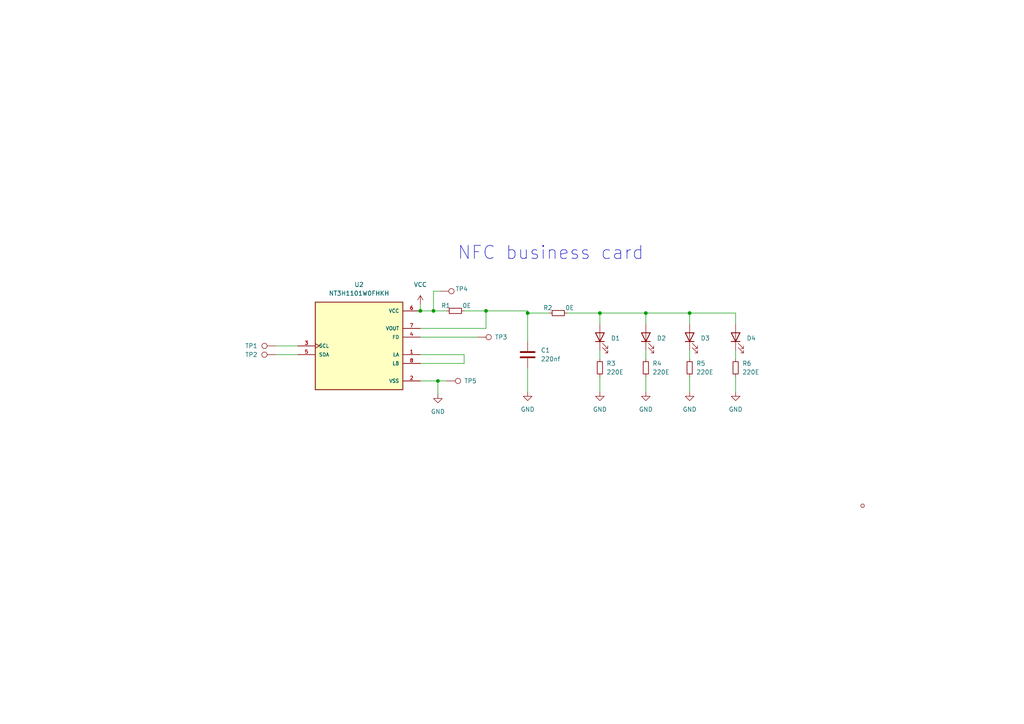
<source format=kicad_sch>
(kicad_sch
	(version 20231120)
	(generator "eeschema")
	(generator_version "8.0")
	(uuid "7f5acc34-4bdc-4614-918e-a91e0be7a014")
	(paper "A4")
	(lib_symbols
		(symbol "Connector:TestPoint"
			(pin_numbers hide)
			(pin_names
				(offset 0.762) hide)
			(exclude_from_sim no)
			(in_bom yes)
			(on_board yes)
			(property "Reference" "TP"
				(at 0 6.858 0)
				(effects
					(font
						(size 1.27 1.27)
					)
				)
			)
			(property "Value" "TestPoint"
				(at 0 5.08 0)
				(effects
					(font
						(size 1.27 1.27)
					)
				)
			)
			(property "Footprint" ""
				(at 5.08 0 0)
				(effects
					(font
						(size 1.27 1.27)
					)
					(hide yes)
				)
			)
			(property "Datasheet" "~"
				(at 5.08 0 0)
				(effects
					(font
						(size 1.27 1.27)
					)
					(hide yes)
				)
			)
			(property "Description" "test point"
				(at 0 0 0)
				(effects
					(font
						(size 1.27 1.27)
					)
					(hide yes)
				)
			)
			(property "ki_keywords" "test point tp"
				(at 0 0 0)
				(effects
					(font
						(size 1.27 1.27)
					)
					(hide yes)
				)
			)
			(property "ki_fp_filters" "Pin* Test*"
				(at 0 0 0)
				(effects
					(font
						(size 1.27 1.27)
					)
					(hide yes)
				)
			)
			(symbol "TestPoint_0_1"
				(circle
					(center 0 3.302)
					(radius 0.762)
					(stroke
						(width 0)
						(type default)
					)
					(fill
						(type none)
					)
				)
			)
			(symbol "TestPoint_1_1"
				(pin passive line
					(at 0 0 90)
					(length 2.54)
					(name "1"
						(effects
							(font
								(size 1.27 1.27)
							)
						)
					)
					(number "1"
						(effects
							(font
								(size 1.27 1.27)
							)
						)
					)
				)
			)
		)
		(symbol "Connector:TestPoint_Small"
			(pin_numbers hide)
			(pin_names
				(offset 0.762) hide)
			(exclude_from_sim no)
			(in_bom yes)
			(on_board yes)
			(property "Reference" "TP"
				(at 0 3.81 0)
				(effects
					(font
						(size 1.27 1.27)
					)
				)
			)
			(property "Value" "TestPoint_Small"
				(at 0 2.032 0)
				(effects
					(font
						(size 1.27 1.27)
					)
				)
			)
			(property "Footprint" ""
				(at 5.08 0 0)
				(effects
					(font
						(size 1.27 1.27)
					)
					(hide yes)
				)
			)
			(property "Datasheet" "~"
				(at 5.08 0 0)
				(effects
					(font
						(size 1.27 1.27)
					)
					(hide yes)
				)
			)
			(property "Description" "test point"
				(at 0 0 0)
				(effects
					(font
						(size 1.27 1.27)
					)
					(hide yes)
				)
			)
			(property "ki_keywords" "test point tp"
				(at 0 0 0)
				(effects
					(font
						(size 1.27 1.27)
					)
					(hide yes)
				)
			)
			(property "ki_fp_filters" "Pin* Test*"
				(at 0 0 0)
				(effects
					(font
						(size 1.27 1.27)
					)
					(hide yes)
				)
			)
			(symbol "TestPoint_Small_0_1"
				(circle
					(center 0 0)
					(radius 0.508)
					(stroke
						(width 0)
						(type default)
					)
					(fill
						(type none)
					)
				)
			)
			(symbol "TestPoint_Small_1_1"
				(pin passive line
					(at 0 0 90)
					(length 0)
					(name "1"
						(effects
							(font
								(size 1.27 1.27)
							)
						)
					)
					(number "1"
						(effects
							(font
								(size 1.27 1.27)
							)
						)
					)
				)
			)
		)
		(symbol "Device:C"
			(pin_numbers hide)
			(pin_names
				(offset 0.254)
			)
			(exclude_from_sim no)
			(in_bom yes)
			(on_board yes)
			(property "Reference" "C"
				(at 0.635 2.54 0)
				(effects
					(font
						(size 1.27 1.27)
					)
					(justify left)
				)
			)
			(property "Value" "C"
				(at 0.635 -2.54 0)
				(effects
					(font
						(size 1.27 1.27)
					)
					(justify left)
				)
			)
			(property "Footprint" ""
				(at 0.9652 -3.81 0)
				(effects
					(font
						(size 1.27 1.27)
					)
					(hide yes)
				)
			)
			(property "Datasheet" "~"
				(at 0 0 0)
				(effects
					(font
						(size 1.27 1.27)
					)
					(hide yes)
				)
			)
			(property "Description" "Unpolarized capacitor"
				(at 0 0 0)
				(effects
					(font
						(size 1.27 1.27)
					)
					(hide yes)
				)
			)
			(property "ki_keywords" "cap capacitor"
				(at 0 0 0)
				(effects
					(font
						(size 1.27 1.27)
					)
					(hide yes)
				)
			)
			(property "ki_fp_filters" "C_*"
				(at 0 0 0)
				(effects
					(font
						(size 1.27 1.27)
					)
					(hide yes)
				)
			)
			(symbol "C_0_1"
				(polyline
					(pts
						(xy -2.032 -0.762) (xy 2.032 -0.762)
					)
					(stroke
						(width 0.508)
						(type default)
					)
					(fill
						(type none)
					)
				)
				(polyline
					(pts
						(xy -2.032 0.762) (xy 2.032 0.762)
					)
					(stroke
						(width 0.508)
						(type default)
					)
					(fill
						(type none)
					)
				)
			)
			(symbol "C_1_1"
				(pin passive line
					(at 0 3.81 270)
					(length 2.794)
					(name "~"
						(effects
							(font
								(size 1.27 1.27)
							)
						)
					)
					(number "1"
						(effects
							(font
								(size 1.27 1.27)
							)
						)
					)
				)
				(pin passive line
					(at 0 -3.81 90)
					(length 2.794)
					(name "~"
						(effects
							(font
								(size 1.27 1.27)
							)
						)
					)
					(number "2"
						(effects
							(font
								(size 1.27 1.27)
							)
						)
					)
				)
			)
		)
		(symbol "Device:LED"
			(pin_numbers hide)
			(pin_names
				(offset 1.016) hide)
			(exclude_from_sim no)
			(in_bom yes)
			(on_board yes)
			(property "Reference" "D"
				(at 0 2.54 0)
				(effects
					(font
						(size 1.27 1.27)
					)
				)
			)
			(property "Value" "LED"
				(at 0 -2.54 0)
				(effects
					(font
						(size 1.27 1.27)
					)
				)
			)
			(property "Footprint" ""
				(at 0 0 0)
				(effects
					(font
						(size 1.27 1.27)
					)
					(hide yes)
				)
			)
			(property "Datasheet" "~"
				(at 0 0 0)
				(effects
					(font
						(size 1.27 1.27)
					)
					(hide yes)
				)
			)
			(property "Description" "Light emitting diode"
				(at 0 0 0)
				(effects
					(font
						(size 1.27 1.27)
					)
					(hide yes)
				)
			)
			(property "ki_keywords" "LED diode"
				(at 0 0 0)
				(effects
					(font
						(size 1.27 1.27)
					)
					(hide yes)
				)
			)
			(property "ki_fp_filters" "LED* LED_SMD:* LED_THT:*"
				(at 0 0 0)
				(effects
					(font
						(size 1.27 1.27)
					)
					(hide yes)
				)
			)
			(symbol "LED_0_1"
				(polyline
					(pts
						(xy -1.27 -1.27) (xy -1.27 1.27)
					)
					(stroke
						(width 0.254)
						(type default)
					)
					(fill
						(type none)
					)
				)
				(polyline
					(pts
						(xy -1.27 0) (xy 1.27 0)
					)
					(stroke
						(width 0)
						(type default)
					)
					(fill
						(type none)
					)
				)
				(polyline
					(pts
						(xy 1.27 -1.27) (xy 1.27 1.27) (xy -1.27 0) (xy 1.27 -1.27)
					)
					(stroke
						(width 0.254)
						(type default)
					)
					(fill
						(type none)
					)
				)
				(polyline
					(pts
						(xy -3.048 -0.762) (xy -4.572 -2.286) (xy -3.81 -2.286) (xy -4.572 -2.286) (xy -4.572 -1.524)
					)
					(stroke
						(width 0)
						(type default)
					)
					(fill
						(type none)
					)
				)
				(polyline
					(pts
						(xy -1.778 -0.762) (xy -3.302 -2.286) (xy -2.54 -2.286) (xy -3.302 -2.286) (xy -3.302 -1.524)
					)
					(stroke
						(width 0)
						(type default)
					)
					(fill
						(type none)
					)
				)
			)
			(symbol "LED_1_1"
				(pin passive line
					(at -3.81 0 0)
					(length 2.54)
					(name "K"
						(effects
							(font
								(size 1.27 1.27)
							)
						)
					)
					(number "1"
						(effects
							(font
								(size 1.27 1.27)
							)
						)
					)
				)
				(pin passive line
					(at 3.81 0 180)
					(length 2.54)
					(name "A"
						(effects
							(font
								(size 1.27 1.27)
							)
						)
					)
					(number "2"
						(effects
							(font
								(size 1.27 1.27)
							)
						)
					)
				)
			)
		)
		(symbol "Device:R_Small"
			(pin_numbers hide)
			(pin_names
				(offset 0.254) hide)
			(exclude_from_sim no)
			(in_bom yes)
			(on_board yes)
			(property "Reference" "R"
				(at 0.762 0.508 0)
				(effects
					(font
						(size 1.27 1.27)
					)
					(justify left)
				)
			)
			(property "Value" "R_Small"
				(at 0.762 -1.016 0)
				(effects
					(font
						(size 1.27 1.27)
					)
					(justify left)
				)
			)
			(property "Footprint" ""
				(at 0 0 0)
				(effects
					(font
						(size 1.27 1.27)
					)
					(hide yes)
				)
			)
			(property "Datasheet" "~"
				(at 0 0 0)
				(effects
					(font
						(size 1.27 1.27)
					)
					(hide yes)
				)
			)
			(property "Description" "Resistor, small symbol"
				(at 0 0 0)
				(effects
					(font
						(size 1.27 1.27)
					)
					(hide yes)
				)
			)
			(property "ki_keywords" "R resistor"
				(at 0 0 0)
				(effects
					(font
						(size 1.27 1.27)
					)
					(hide yes)
				)
			)
			(property "ki_fp_filters" "R_*"
				(at 0 0 0)
				(effects
					(font
						(size 1.27 1.27)
					)
					(hide yes)
				)
			)
			(symbol "R_Small_0_1"
				(rectangle
					(start -0.762 1.778)
					(end 0.762 -1.778)
					(stroke
						(width 0.2032)
						(type default)
					)
					(fill
						(type none)
					)
				)
			)
			(symbol "R_Small_1_1"
				(pin passive line
					(at 0 2.54 270)
					(length 0.762)
					(name "~"
						(effects
							(font
								(size 1.27 1.27)
							)
						)
					)
					(number "1"
						(effects
							(font
								(size 1.27 1.27)
							)
						)
					)
				)
				(pin passive line
					(at 0 -2.54 90)
					(length 0.762)
					(name "~"
						(effects
							(font
								(size 1.27 1.27)
							)
						)
					)
					(number "2"
						(effects
							(font
								(size 1.27 1.27)
							)
						)
					)
				)
			)
		)
		(symbol "NT3H1101W0FHKH_1"
			(pin_names
				(offset 1.016)
			)
			(exclude_from_sim no)
			(in_bom yes)
			(on_board yes)
			(property "Reference" "U"
				(at -12.7 36.322 0)
				(effects
					(font
						(size 1.27 1.27)
					)
					(justify left bottom)
				)
			)
			(property "Value" "NT3H1101W0FHKH"
				(at -12.7 7.62 0)
				(effects
					(font
						(size 1.27 1.27)
					)
					(justify left bottom)
				)
			)
			(property "Footprint" "NT3H1101W0FHKH:IC_NT3H1101W0FHKH"
				(at -0.254 0.254 0)
				(effects
					(font
						(size 1.27 1.27)
					)
					(justify bottom)
					(hide yes)
				)
			)
			(property "Datasheet" ""
				(at 1.524 0.508 0)
				(effects
					(font
						(size 1.27 1.27)
					)
					(hide yes)
				)
			)
			(property "Description" ""
				(at 1.524 0.508 0)
				(effects
					(font
						(size 1.27 1.27)
					)
					(hide yes)
				)
			)
			(property "MF" "NXP USA"
				(at 1.524 0.508 0)
				(effects
					(font
						(size 1.27 1.27)
					)
					(justify bottom)
					(hide yes)
				)
			)
			(property "MAXIMUM_PACKAGE_HEIGHT" "0.5mm"
				(at 1.524 0.508 0)
				(effects
					(font
						(size 1.27 1.27)
					)
					(justify bottom)
					(hide yes)
				)
			)
			(property "Package" "XQFN-8 NXP Semiconductors"
				(at 1.524 0.508 0)
				(effects
					(font
						(size 1.27 1.27)
					)
					(justify bottom)
					(hide yes)
				)
			)
			(property "Price" "None"
				(at 1.524 0.508 0)
				(effects
					(font
						(size 1.27 1.27)
					)
					(justify bottom)
					(hide yes)
				)
			)
			(property "Check_prices" "https://www.snapeda.com/parts/NT3H1101W0FHKH/NXP+Semiconductors/view-part/?ref=eda"
				(at 0 0 0)
				(effects
					(font
						(size 1.27 1.27)
					)
					(justify bottom)
					(hide yes)
				)
			)
			(property "STANDARD" "Manufacturer Recommendations"
				(at 1.524 0.508 0)
				(effects
					(font
						(size 1.27 1.27)
					)
					(justify bottom)
					(hide yes)
				)
			)
			(property "PARTREV" "3.3"
				(at 1.524 0.508 0)
				(effects
					(font
						(size 1.27 1.27)
					)
					(justify bottom)
					(hide yes)
				)
			)
			(property "SnapEDA_Link" "https://www.snapeda.com/parts/NT3H1101W0FHKH/NXP+Semiconductors/view-part/?ref=snap"
				(at 0 0 0)
				(effects
					(font
						(size 1.27 1.27)
					)
					(justify bottom)
					(hide yes)
				)
			)
			(property "MP" "NT3H1101W0FHKH"
				(at 1.524 0.508 0)
				(effects
					(font
						(size 1.27 1.27)
					)
					(justify bottom)
					(hide yes)
				)
			)
			(property "Description_1" "\n                        \n                            RFIDトランスポンダーIC 13.56MHz ISO 14443 I2C 1.7V～3.6V 8-XFQFN露出パッド\n                        \n"
				(at 0 0 0)
				(effects
					(font
						(size 1.27 1.27)
					)
					(justify bottom)
					(hide yes)
				)
			)
			(property "MANUFACTURER" "NXP"
				(at 1.524 0.508 0)
				(effects
					(font
						(size 1.27 1.27)
					)
					(justify bottom)
					(hide yes)
				)
			)
			(property "Availability" "In Stock"
				(at 1.524 0.508 0)
				(effects
					(font
						(size 1.27 1.27)
					)
					(justify bottom)
					(hide yes)
				)
			)
			(property "SNAPEDA_PN" "NT3H1101W0FHKH"
				(at 1.524 0.508 0)
				(effects
					(font
						(size 1.27 1.27)
					)
					(justify bottom)
					(hide yes)
				)
			)
			(symbol "NT3H1101W0FHKH_1_0_0"
				(rectangle
					(start -12.7 35.56)
					(end 12.7 10.16)
					(stroke
						(width 0.254)
						(type default)
					)
					(fill
						(type background)
					)
				)
				(pin bidirectional line
					(at 17.78 20.32 180)
					(length 5.08)
					(name "LA"
						(effects
							(font
								(size 1.016 1.016)
							)
						)
					)
					(number "1"
						(effects
							(font
								(size 1.016 1.016)
							)
						)
					)
				)
				(pin power_in line
					(at 17.78 12.7 180)
					(length 5.08)
					(name "VSS"
						(effects
							(font
								(size 1.016 1.016)
							)
						)
					)
					(number "2"
						(effects
							(font
								(size 1.016 1.016)
							)
						)
					)
				)
				(pin input clock
					(at -17.78 22.86 0)
					(length 5.08)
					(name "SCL"
						(effects
							(font
								(size 1.016 1.016)
							)
						)
					)
					(number "3"
						(effects
							(font
								(size 1.016 1.016)
							)
						)
					)
				)
				(pin output line
					(at 17.78 25.4 180)
					(length 5.08)
					(name "FD"
						(effects
							(font
								(size 1.016 1.016)
							)
						)
					)
					(number "4"
						(effects
							(font
								(size 1.016 1.016)
							)
						)
					)
				)
				(pin bidirectional line
					(at -17.78 20.32 0)
					(length 5.08)
					(name "SDA"
						(effects
							(font
								(size 1.016 1.016)
							)
						)
					)
					(number "5"
						(effects
							(font
								(size 1.016 1.016)
							)
						)
					)
				)
				(pin power_in line
					(at 17.78 33.02 180)
					(length 5.08)
					(name "VCC"
						(effects
							(font
								(size 1.016 1.016)
							)
						)
					)
					(number "6"
						(effects
							(font
								(size 1.016 1.016)
							)
						)
					)
				)
				(pin output line
					(at 17.78 27.94 180)
					(length 5.08)
					(name "VOUT"
						(effects
							(font
								(size 1.016 1.016)
							)
						)
					)
					(number "7"
						(effects
							(font
								(size 1.016 1.016)
							)
						)
					)
				)
				(pin bidirectional line
					(at 17.78 17.78 180)
					(length 5.08)
					(name "LB"
						(effects
							(font
								(size 1.016 1.016)
							)
						)
					)
					(number "8"
						(effects
							(font
								(size 1.016 1.016)
							)
						)
					)
				)
			)
		)
		(symbol "power:GND"
			(power)
			(pin_names
				(offset 0)
			)
			(exclude_from_sim no)
			(in_bom yes)
			(on_board yes)
			(property "Reference" "#PWR"
				(at 0 -6.35 0)
				(effects
					(font
						(size 1.27 1.27)
					)
					(hide yes)
				)
			)
			(property "Value" "GND"
				(at 0 -3.81 0)
				(effects
					(font
						(size 1.27 1.27)
					)
				)
			)
			(property "Footprint" ""
				(at 0 0 0)
				(effects
					(font
						(size 1.27 1.27)
					)
					(hide yes)
				)
			)
			(property "Datasheet" ""
				(at 0 0 0)
				(effects
					(font
						(size 1.27 1.27)
					)
					(hide yes)
				)
			)
			(property "Description" "Power symbol creates a global label with name \"GND\" , ground"
				(at 0 0 0)
				(effects
					(font
						(size 1.27 1.27)
					)
					(hide yes)
				)
			)
			(property "ki_keywords" "power-flag"
				(at 0 0 0)
				(effects
					(font
						(size 1.27 1.27)
					)
					(hide yes)
				)
			)
			(symbol "GND_0_1"
				(polyline
					(pts
						(xy 0 0) (xy 0 -1.27) (xy 1.27 -1.27) (xy 0 -2.54) (xy -1.27 -1.27) (xy 0 -1.27)
					)
					(stroke
						(width 0)
						(type default)
					)
					(fill
						(type none)
					)
				)
			)
			(symbol "GND_1_1"
				(pin power_in line
					(at 0 0 270)
					(length 0) hide
					(name "GND"
						(effects
							(font
								(size 1.27 1.27)
							)
						)
					)
					(number "1"
						(effects
							(font
								(size 1.27 1.27)
							)
						)
					)
				)
			)
		)
		(symbol "power:VCC"
			(power)
			(pin_names
				(offset 0)
			)
			(exclude_from_sim no)
			(in_bom yes)
			(on_board yes)
			(property "Reference" "#PWR"
				(at 0 -3.81 0)
				(effects
					(font
						(size 1.27 1.27)
					)
					(hide yes)
				)
			)
			(property "Value" "VCC"
				(at 0 3.81 0)
				(effects
					(font
						(size 1.27 1.27)
					)
				)
			)
			(property "Footprint" ""
				(at 0 0 0)
				(effects
					(font
						(size 1.27 1.27)
					)
					(hide yes)
				)
			)
			(property "Datasheet" ""
				(at 0 0 0)
				(effects
					(font
						(size 1.27 1.27)
					)
					(hide yes)
				)
			)
			(property "Description" "Power symbol creates a global label with name \"VCC\""
				(at 0 0 0)
				(effects
					(font
						(size 1.27 1.27)
					)
					(hide yes)
				)
			)
			(property "ki_keywords" "power-flag"
				(at 0 0 0)
				(effects
					(font
						(size 1.27 1.27)
					)
					(hide yes)
				)
			)
			(symbol "VCC_0_1"
				(polyline
					(pts
						(xy -0.762 1.27) (xy 0 2.54)
					)
					(stroke
						(width 0)
						(type default)
					)
					(fill
						(type none)
					)
				)
				(polyline
					(pts
						(xy 0 0) (xy 0 2.54)
					)
					(stroke
						(width 0)
						(type default)
					)
					(fill
						(type none)
					)
				)
				(polyline
					(pts
						(xy 0 2.54) (xy 0.762 1.27)
					)
					(stroke
						(width 0)
						(type default)
					)
					(fill
						(type none)
					)
				)
			)
			(symbol "VCC_1_1"
				(pin power_in line
					(at 0 0 90)
					(length 0) hide
					(name "VCC"
						(effects
							(font
								(size 1.27 1.27)
							)
						)
					)
					(number "1"
						(effects
							(font
								(size 1.27 1.27)
							)
						)
					)
				)
			)
		)
	)
	(junction
		(at 127 110.49)
		(diameter 0)
		(color 0 0 0 0)
		(uuid "27ecd88d-2dcc-4069-b39a-cfd13d1b29c7")
	)
	(junction
		(at 121.92 90.17)
		(diameter 0)
		(color 0 0 0 0)
		(uuid "2992c576-5035-4427-97d5-39a985c23af9")
	)
	(junction
		(at 173.99 90.805)
		(diameter 0)
		(color 0 0 0 0)
		(uuid "37386ffc-7bfa-43da-ab95-757e6819a2d3")
	)
	(junction
		(at 153.035 90.805)
		(diameter 0)
		(color 0 0 0 0)
		(uuid "8d190742-123e-4a1e-8421-0a1cd0266f62")
	)
	(junction
		(at 140.97 90.17)
		(diameter 0)
		(color 0 0 0 0)
		(uuid "96c82e7b-afe9-4c04-8f25-b6f1dfd755fa")
	)
	(junction
		(at 200.025 90.805)
		(diameter 0)
		(color 0 0 0 0)
		(uuid "ad5372d5-8502-4d70-ad7c-aa2f3b2f3f0f")
	)
	(junction
		(at 187.325 90.805)
		(diameter 0)
		(color 0 0 0 0)
		(uuid "c58e0dc2-256d-4988-b6a0-4bd2f3010c8e")
	)
	(junction
		(at 125.73 90.17)
		(diameter 0)
		(color 0 0 0 0)
		(uuid "c5963e08-fa39-47f2-a8d7-f253e57c64d9")
	)
	(wire
		(pts
			(xy 187.325 90.805) (xy 187.325 93.98)
		)
		(stroke
			(width 0)
			(type default)
		)
		(uuid "0692b572-dc97-432c-9ba4-5829bb4e2674")
	)
	(wire
		(pts
			(xy 80.01 102.87) (xy 86.36 102.87)
		)
		(stroke
			(width 0)
			(type default)
		)
		(uuid "09ee7ed5-b1f1-46b5-8559-09c87feb3223")
	)
	(wire
		(pts
			(xy 121.92 102.87) (xy 134.62 102.87)
		)
		(stroke
			(width 0)
			(type default)
		)
		(uuid "0ae15bca-fc42-421d-9847-6681d5c904e9")
	)
	(wire
		(pts
			(xy 121.92 90.17) (xy 125.73 90.17)
		)
		(stroke
			(width 0)
			(type default)
		)
		(uuid "0b854ffe-0fc4-49bf-bcb8-a10533ce993c")
	)
	(wire
		(pts
			(xy 153.035 90.17) (xy 153.035 90.805)
		)
		(stroke
			(width 0)
			(type default)
		)
		(uuid "0e864ec7-ded9-4799-96c2-bcf6d9e32744")
	)
	(wire
		(pts
			(xy 173.99 90.805) (xy 173.99 93.98)
		)
		(stroke
			(width 0)
			(type default)
		)
		(uuid "105aeca6-e713-4154-9fab-b325fbb238bf")
	)
	(wire
		(pts
			(xy 213.36 93.98) (xy 213.36 90.805)
		)
		(stroke
			(width 0)
			(type default)
		)
		(uuid "21b0239d-4cc5-4462-b0c0-6fcff35090e4")
	)
	(wire
		(pts
			(xy 173.99 101.6) (xy 173.99 104.14)
		)
		(stroke
			(width 0)
			(type default)
		)
		(uuid "2369b097-3997-4b0e-ba6d-dc65a15ee647")
	)
	(wire
		(pts
			(xy 187.325 101.6) (xy 187.325 104.14)
		)
		(stroke
			(width 0)
			(type default)
		)
		(uuid "254c8082-567b-4169-9b9e-2172aac15e9c")
	)
	(wire
		(pts
			(xy 213.36 109.22) (xy 213.36 113.665)
		)
		(stroke
			(width 0)
			(type default)
		)
		(uuid "256a8cdb-c588-43ff-9872-31a3ba801a44")
	)
	(wire
		(pts
			(xy 200.025 109.22) (xy 200.025 113.665)
		)
		(stroke
			(width 0)
			(type default)
		)
		(uuid "359a8ae0-06d7-457c-b8dc-784b9dc3be65")
	)
	(wire
		(pts
			(xy 125.73 84.455) (xy 125.73 90.17)
		)
		(stroke
			(width 0)
			(type default)
		)
		(uuid "3661d0b4-0d38-43ff-bb21-f9350d1f293c")
	)
	(wire
		(pts
			(xy 153.035 90.805) (xy 153.035 99.06)
		)
		(stroke
			(width 0)
			(type default)
		)
		(uuid "37527a03-822b-453f-8484-c20706aaa766")
	)
	(wire
		(pts
			(xy 127 110.49) (xy 129.54 110.49)
		)
		(stroke
			(width 0)
			(type default)
		)
		(uuid "3863749a-ba55-4f64-930c-37a61d93bf1e")
	)
	(wire
		(pts
			(xy 200.025 90.805) (xy 187.325 90.805)
		)
		(stroke
			(width 0)
			(type default)
		)
		(uuid "42fcf1b9-8d02-4601-8eaf-201d10380300")
	)
	(wire
		(pts
			(xy 125.73 90.17) (xy 129.54 90.17)
		)
		(stroke
			(width 0)
			(type default)
		)
		(uuid "4585de92-0f4c-4ea3-ad87-bd4b7d4bdfe7")
	)
	(wire
		(pts
			(xy 121.92 97.79) (xy 138.43 97.79)
		)
		(stroke
			(width 0)
			(type default)
		)
		(uuid "4a0e06cd-9845-4b7c-91c7-4ccf3585e1e9")
	)
	(wire
		(pts
			(xy 134.62 102.87) (xy 134.62 105.41)
		)
		(stroke
			(width 0)
			(type default)
		)
		(uuid "57c976a1-8aa9-4713-b735-32a74162ee77")
	)
	(wire
		(pts
			(xy 187.325 90.805) (xy 173.99 90.805)
		)
		(stroke
			(width 0)
			(type default)
		)
		(uuid "5e70c39e-7729-4d20-9f0f-f91842f42ca2")
	)
	(wire
		(pts
			(xy 200.025 101.6) (xy 200.025 104.14)
		)
		(stroke
			(width 0)
			(type default)
		)
		(uuid "6cb20960-f9f0-4fce-bae0-5fb227fd2520")
	)
	(wire
		(pts
			(xy 121.92 88.265) (xy 121.92 90.17)
		)
		(stroke
			(width 0)
			(type default)
		)
		(uuid "6fb688e1-389c-4dbd-a79a-a1d5863717d3")
	)
	(wire
		(pts
			(xy 200.025 90.805) (xy 200.025 93.98)
		)
		(stroke
			(width 0)
			(type default)
		)
		(uuid "70a41ef5-71c0-4006-b517-742e5c06ed8c")
	)
	(wire
		(pts
			(xy 127.635 84.455) (xy 125.73 84.455)
		)
		(stroke
			(width 0)
			(type default)
		)
		(uuid "7bac5338-fee2-4cbe-b5b6-5ad9e0cb5809")
	)
	(wire
		(pts
			(xy 140.97 90.17) (xy 140.97 95.25)
		)
		(stroke
			(width 0)
			(type default)
		)
		(uuid "800e1b5b-d665-495a-8766-8a4de3310219")
	)
	(wire
		(pts
			(xy 121.92 95.25) (xy 140.97 95.25)
		)
		(stroke
			(width 0)
			(type default)
		)
		(uuid "86ad4319-53a4-4b26-8f2c-58abe441275c")
	)
	(wire
		(pts
			(xy 213.36 101.6) (xy 213.36 104.14)
		)
		(stroke
			(width 0)
			(type default)
		)
		(uuid "8802ed53-1cf0-403e-8b2b-bd839a65255b")
	)
	(wire
		(pts
			(xy 127 110.49) (xy 127 114.3)
		)
		(stroke
			(width 0)
			(type default)
		)
		(uuid "9215bf7a-1498-47a8-a75f-c73b490a842c")
	)
	(wire
		(pts
			(xy 153.035 106.68) (xy 153.035 113.665)
		)
		(stroke
			(width 0)
			(type default)
		)
		(uuid "9678cbee-eafd-4616-b6e7-9e1053baaf49")
	)
	(wire
		(pts
			(xy 80.01 100.33) (xy 86.36 100.33)
		)
		(stroke
			(width 0)
			(type default)
		)
		(uuid "b5bb981d-a2ca-48ed-9529-e60e83b58a7f")
	)
	(wire
		(pts
			(xy 187.325 109.22) (xy 187.325 113.665)
		)
		(stroke
			(width 0)
			(type default)
		)
		(uuid "c42dd4bf-78b6-4ff8-96a0-7da9968721c9")
	)
	(wire
		(pts
			(xy 134.62 105.41) (xy 121.92 105.41)
		)
		(stroke
			(width 0)
			(type default)
		)
		(uuid "c4bb1f27-59ff-4338-ba3c-f5dc01eac9fe")
	)
	(wire
		(pts
			(xy 153.035 90.805) (xy 159.385 90.805)
		)
		(stroke
			(width 0)
			(type default)
		)
		(uuid "c567390a-0518-43a4-bdc5-e85208a0574c")
	)
	(wire
		(pts
			(xy 173.99 109.22) (xy 173.99 113.665)
		)
		(stroke
			(width 0)
			(type default)
		)
		(uuid "d02c82e0-e381-4d37-b784-3bc01b66f03b")
	)
	(wire
		(pts
			(xy 134.62 90.17) (xy 140.97 90.17)
		)
		(stroke
			(width 0)
			(type default)
		)
		(uuid "d2064489-fa09-4565-9516-b0d90d25942e")
	)
	(wire
		(pts
			(xy 140.97 90.17) (xy 153.035 90.17)
		)
		(stroke
			(width 0)
			(type default)
		)
		(uuid "d5c79b68-e91f-4815-b7f6-925d69c2a4c6")
	)
	(wire
		(pts
			(xy 164.465 90.805) (xy 173.99 90.805)
		)
		(stroke
			(width 0)
			(type default)
		)
		(uuid "e3201043-c41e-4320-a75b-250ba7b44d53")
	)
	(wire
		(pts
			(xy 213.36 90.805) (xy 200.025 90.805)
		)
		(stroke
			(width 0)
			(type default)
		)
		(uuid "f20ed175-c3ed-46b5-b525-32131ac8926e")
	)
	(wire
		(pts
			(xy 121.92 110.49) (xy 127 110.49)
		)
		(stroke
			(width 0)
			(type default)
		)
		(uuid "fb6a9c21-eb17-4644-b884-2b055562aec4")
	)
	(text "NFC business card"
		(exclude_from_sim no)
		(at 132.588 75.692 0)
		(effects
			(font
				(size 3.81 3.81)
			)
			(justify left bottom)
		)
		(uuid "2e292b5d-a690-4788-a442-f6155b14b4da")
	)
	(symbol
		(lib_id "Connector:TestPoint_Small")
		(at 250.19 146.685 0)
		(unit 1)
		(exclude_from_sim no)
		(in_bom yes)
		(on_board yes)
		(dnp no)
		(fields_autoplaced yes)
		(uuid "030adf38-2915-416b-a7eb-550b637f3de6")
		(property "Reference" "TP6"
			(at 251.46 145.4149 0)
			(effects
				(font
					(size 1.27 1.27)
				)
				(justify left)
				(hide yes)
			)
		)
		(property "Value" "TestPoint_Small"
			(at 251.46 147.9549 0)
			(effects
				(font
					(size 1.27 1.27)
				)
				(justify left)
				(hide yes)
			)
		)
		(property "Footprint" ""
			(at 255.27 146.685 0)
			(effects
				(font
					(size 1.27 1.27)
				)
				(hide yes)
			)
		)
		(property "Datasheet" "~"
			(at 255.27 146.685 0)
			(effects
				(font
					(size 1.27 1.27)
				)
				(hide yes)
			)
		)
		(property "Description" ""
			(at 250.19 146.685 0)
			(effects
				(font
					(size 1.27 1.27)
				)
				(hide yes)
			)
		)
		(property "SNAPEDA_PACKAGE_ID" ""
			(at 250.19 146.685 0)
			(effects
				(font
					(size 1.27 1.27)
				)
				(hide yes)
			)
		)
		(pin "1"
			(uuid "aea85a9b-f0ba-4825-9336-9428f3479ef2")
		)
		(instances
			(project ""
				(path "/7f5acc34-4bdc-4614-918e-a91e0be7a014"
					(reference "TP6")
					(unit 1)
				)
			)
		)
	)
	(symbol
		(lib_id "power:GND")
		(at 127 114.3 0)
		(unit 1)
		(exclude_from_sim no)
		(in_bom yes)
		(on_board yes)
		(dnp no)
		(fields_autoplaced yes)
		(uuid "39e52a45-3584-477e-bae5-96157560c704")
		(property "Reference" "#PWR01"
			(at 127 120.65 0)
			(effects
				(font
					(size 1.27 1.27)
				)
				(hide yes)
			)
		)
		(property "Value" "GND"
			(at 127 119.38 0)
			(effects
				(font
					(size 1.27 1.27)
				)
			)
		)
		(property "Footprint" ""
			(at 127 114.3 0)
			(effects
				(font
					(size 1.27 1.27)
				)
				(hide yes)
			)
		)
		(property "Datasheet" ""
			(at 127 114.3 0)
			(effects
				(font
					(size 1.27 1.27)
				)
				(hide yes)
			)
		)
		(property "Description" ""
			(at 127 114.3 0)
			(effects
				(font
					(size 1.27 1.27)
				)
				(hide yes)
			)
		)
		(pin "1"
			(uuid "12ab84da-9dad-465c-92a4-84c9da254f31")
		)
		(instances
			(project ""
				(path "/7f5acc34-4bdc-4614-918e-a91e0be7a014"
					(reference "#PWR01")
					(unit 1)
				)
			)
		)
	)
	(symbol
		(lib_id "power:GND")
		(at 187.325 113.665 0)
		(unit 1)
		(exclude_from_sim no)
		(in_bom yes)
		(on_board yes)
		(dnp no)
		(fields_autoplaced yes)
		(uuid "3f2a2a50-aa78-435f-a3ec-199d791b0813")
		(property "Reference" "#PWR04"
			(at 187.325 120.015 0)
			(effects
				(font
					(size 1.27 1.27)
				)
				(hide yes)
			)
		)
		(property "Value" "GND"
			(at 187.325 118.745 0)
			(effects
				(font
					(size 1.27 1.27)
				)
			)
		)
		(property "Footprint" ""
			(at 187.325 113.665 0)
			(effects
				(font
					(size 1.27 1.27)
				)
				(hide yes)
			)
		)
		(property "Datasheet" ""
			(at 187.325 113.665 0)
			(effects
				(font
					(size 1.27 1.27)
				)
				(hide yes)
			)
		)
		(property "Description" ""
			(at 187.325 113.665 0)
			(effects
				(font
					(size 1.27 1.27)
				)
				(hide yes)
			)
		)
		(pin "1"
			(uuid "1db53edb-3742-4a2b-b2c8-352cae8fae56")
		)
		(instances
			(project ""
				(path "/7f5acc34-4bdc-4614-918e-a91e0be7a014"
					(reference "#PWR04")
					(unit 1)
				)
			)
		)
	)
	(symbol
		(lib_id "power:GND")
		(at 173.99 113.665 0)
		(unit 1)
		(exclude_from_sim no)
		(in_bom yes)
		(on_board yes)
		(dnp no)
		(fields_autoplaced yes)
		(uuid "62dee1d6-abf8-4386-b05c-74b5a6eb260a")
		(property "Reference" "#PWR03"
			(at 173.99 120.015 0)
			(effects
				(font
					(size 1.27 1.27)
				)
				(hide yes)
			)
		)
		(property "Value" "GND"
			(at 173.99 118.745 0)
			(effects
				(font
					(size 1.27 1.27)
				)
			)
		)
		(property "Footprint" ""
			(at 173.99 113.665 0)
			(effects
				(font
					(size 1.27 1.27)
				)
				(hide yes)
			)
		)
		(property "Datasheet" ""
			(at 173.99 113.665 0)
			(effects
				(font
					(size 1.27 1.27)
				)
				(hide yes)
			)
		)
		(property "Description" ""
			(at 173.99 113.665 0)
			(effects
				(font
					(size 1.27 1.27)
				)
				(hide yes)
			)
		)
		(pin "1"
			(uuid "0946d62e-c702-4855-83b3-e13348e6af3d")
		)
		(instances
			(project ""
				(path "/7f5acc34-4bdc-4614-918e-a91e0be7a014"
					(reference "#PWR03")
					(unit 1)
				)
			)
		)
	)
	(symbol
		(lib_id "Device:C")
		(at 153.035 102.87 0)
		(unit 1)
		(exclude_from_sim no)
		(in_bom yes)
		(on_board yes)
		(dnp no)
		(fields_autoplaced yes)
		(uuid "6afa757b-8ca7-404f-bc20-5f683361bd6d")
		(property "Reference" "C1"
			(at 156.845 101.5999 0)
			(effects
				(font
					(size 1.27 1.27)
				)
				(justify left)
			)
		)
		(property "Value" "220nf"
			(at 156.845 104.1399 0)
			(effects
				(font
					(size 1.27 1.27)
				)
				(justify left)
			)
		)
		(property "Footprint" "Capacitor_SMD:C_0402_1005Metric"
			(at 154.0002 106.68 0)
			(effects
				(font
					(size 1.27 1.27)
				)
				(hide yes)
			)
		)
		(property "Datasheet" "~"
			(at 153.035 102.87 0)
			(effects
				(font
					(size 1.27 1.27)
				)
				(hide yes)
			)
		)
		(property "Description" ""
			(at 153.035 102.87 0)
			(effects
				(font
					(size 1.27 1.27)
				)
				(hide yes)
			)
		)
		(property "SNAPEDA_PACKAGE_ID" ""
			(at 153.035 102.87 0)
			(effects
				(font
					(size 1.27 1.27)
				)
				(hide yes)
			)
		)
		(pin "1"
			(uuid "cdb3d52e-7d61-4432-aebf-44edde9e6218")
		)
		(pin "2"
			(uuid "ffae792f-71ac-49fe-935f-3fc508041663")
		)
		(instances
			(project ""
				(path "/7f5acc34-4bdc-4614-918e-a91e0be7a014"
					(reference "C1")
					(unit 1)
				)
			)
		)
	)
	(symbol
		(lib_id "Device:R_Small")
		(at 173.99 106.68 0)
		(unit 1)
		(exclude_from_sim no)
		(in_bom yes)
		(on_board yes)
		(dnp no)
		(fields_autoplaced yes)
		(uuid "7532b1ab-2490-4c8c-ac44-94c1bd48cbda")
		(property "Reference" "R3"
			(at 175.895 105.4099 0)
			(effects
				(font
					(size 1.27 1.27)
				)
				(justify left)
			)
		)
		(property "Value" "220E"
			(at 175.895 107.9499 0)
			(effects
				(font
					(size 1.27 1.27)
				)
				(justify left)
			)
		)
		(property "Footprint" "Resistor_SMD:R_0402_1005Metric"
			(at 173.99 106.68 0)
			(effects
				(font
					(size 1.27 1.27)
				)
				(hide yes)
			)
		)
		(property "Datasheet" "~"
			(at 173.99 106.68 0)
			(effects
				(font
					(size 1.27 1.27)
				)
				(hide yes)
			)
		)
		(property "Description" ""
			(at 173.99 106.68 0)
			(effects
				(font
					(size 1.27 1.27)
				)
				(hide yes)
			)
		)
		(property "SNAPEDA_PACKAGE_ID" ""
			(at 173.99 106.68 0)
			(effects
				(font
					(size 1.27 1.27)
				)
				(hide yes)
			)
		)
		(pin "1"
			(uuid "a2771df9-2544-40e8-8282-6b9377926bb5")
		)
		(pin "2"
			(uuid "cee8689f-380e-49f1-ab5f-3d8430397606")
		)
		(instances
			(project ""
				(path "/7f5acc34-4bdc-4614-918e-a91e0be7a014"
					(reference "R3")
					(unit 1)
				)
			)
		)
	)
	(symbol
		(lib_name "NT3H1101W0FHKH_1")
		(lib_id "NT3H1101W0FHKH:NT3H1101W0FHKH")
		(at 104.14 123.19 0)
		(unit 1)
		(exclude_from_sim no)
		(in_bom yes)
		(on_board yes)
		(dnp no)
		(fields_autoplaced yes)
		(uuid "7a9586f7-49ca-4212-a65f-e7afaadf483d")
		(property "Reference" "U2"
			(at 104.14 82.55 0)
			(effects
				(font
					(size 1.27 1.27)
				)
			)
		)
		(property "Value" "NT3H1101W0FHKH"
			(at 104.14 85.09 0)
			(effects
				(font
					(size 1.27 1.27)
				)
			)
		)
		(property "Footprint" "NT3H1101W0FHKH:IC_NT3H1101W0FHKH"
			(at 103.886 122.936 0)
			(effects
				(font
					(size 1.27 1.27)
				)
				(justify bottom)
				(hide yes)
			)
		)
		(property "Datasheet" ""
			(at 105.664 122.682 0)
			(effects
				(font
					(size 1.27 1.27)
				)
				(hide yes)
			)
		)
		(property "Description" ""
			(at 105.664 122.682 0)
			(effects
				(font
					(size 1.27 1.27)
				)
				(hide yes)
			)
		)
		(property "MF" "NXP USA"
			(at 105.664 122.682 0)
			(effects
				(font
					(size 1.27 1.27)
				)
				(justify bottom)
				(hide yes)
			)
		)
		(property "MAXIMUM_PACKAGE_HEIGHT" "0.5mm"
			(at 105.664 122.682 0)
			(effects
				(font
					(size 1.27 1.27)
				)
				(justify bottom)
				(hide yes)
			)
		)
		(property "Package" "XQFN-8 NXP Semiconductors"
			(at 105.664 122.682 0)
			(effects
				(font
					(size 1.27 1.27)
				)
				(justify bottom)
				(hide yes)
			)
		)
		(property "Price" "None"
			(at 105.664 122.682 0)
			(effects
				(font
					(size 1.27 1.27)
				)
				(justify bottom)
				(hide yes)
			)
		)
		(property "Check_prices" "https://www.snapeda.com/parts/NT3H1101W0FHKH/NXP+Semiconductors/view-part/?ref=eda"
			(at 104.14 123.19 0)
			(effects
				(font
					(size 1.27 1.27)
				)
				(justify bottom)
				(hide yes)
			)
		)
		(property "STANDARD" "Manufacturer Recommendations"
			(at 105.664 122.682 0)
			(effects
				(font
					(size 1.27 1.27)
				)
				(justify bottom)
				(hide yes)
			)
		)
		(property "PARTREV" "3.3"
			(at 105.664 122.682 0)
			(effects
				(font
					(size 1.27 1.27)
				)
				(justify bottom)
				(hide yes)
			)
		)
		(property "SnapEDA_Link" "https://www.snapeda.com/parts/NT3H1101W0FHKH/NXP+Semiconductors/view-part/?ref=snap"
			(at 104.14 123.19 0)
			(effects
				(font
					(size 1.27 1.27)
				)
				(justify bottom)
				(hide yes)
			)
		)
		(property "MP" "NT3H1101W0FHKH"
			(at 105.664 122.682 0)
			(effects
				(font
					(size 1.27 1.27)
				)
				(justify bottom)
				(hide yes)
			)
		)
		(property "Description_1" "\n                        \n                            RFIDトランスポンダーIC 13.56MHz ISO 14443 I2C 1.7V～3.6V 8-XFQFN露出パッド\n                        \n"
			(at 104.14 123.19 0)
			(effects
				(font
					(size 1.27 1.27)
				)
				(justify bottom)
				(hide yes)
			)
		)
		(property "MANUFACTURER" "NXP"
			(at 105.664 122.682 0)
			(effects
				(font
					(size 1.27 1.27)
				)
				(justify bottom)
				(hide yes)
			)
		)
		(property "Availability" "In Stock"
			(at 105.664 122.682 0)
			(effects
				(font
					(size 1.27 1.27)
				)
				(justify bottom)
				(hide yes)
			)
		)
		(property "SNAPEDA_PN" "NT3H1101W0FHKH"
			(at 105.664 122.682 0)
			(effects
				(font
					(size 1.27 1.27)
				)
				(justify bottom)
				(hide yes)
			)
		)
		(property "SNAPEDA_PACKAGE_ID" ""
			(at 104.14 123.19 0)
			(effects
				(font
					(size 1.27 1.27)
				)
				(hide yes)
			)
		)
		(pin "2"
			(uuid "11727b37-031e-46c5-9dac-efd15ae140e5")
		)
		(pin "5"
			(uuid "79f6ccbb-5041-46c4-82d8-9f180bf2f689")
		)
		(pin "1"
			(uuid "c004dc0b-4def-4fec-9970-8fdce7ac3f75")
		)
		(pin "3"
			(uuid "287ddf52-c4e4-42c7-a765-315c5b5e02e3")
		)
		(pin "4"
			(uuid "a96e2c9b-b97b-4c69-9ea5-f26c0cd0df7f")
		)
		(pin "6"
			(uuid "ad0d5d47-1cb5-4776-8558-68b4e1db806d")
		)
		(pin "7"
			(uuid "87cdb29e-174d-4ad5-9ade-e1500de9442a")
		)
		(pin "8"
			(uuid "33ae1dbf-9e06-49f2-8255-34ac08e25463")
		)
		(instances
			(project ""
				(path "/7f5acc34-4bdc-4614-918e-a91e0be7a014"
					(reference "U2")
					(unit 1)
				)
			)
		)
	)
	(symbol
		(lib_id "Device:LED")
		(at 213.36 97.79 90)
		(unit 1)
		(exclude_from_sim no)
		(in_bom yes)
		(on_board yes)
		(dnp no)
		(fields_autoplaced yes)
		(uuid "8c38e8ab-5b4f-4e57-ab11-a5262986d6e5")
		(property "Reference" "D4"
			(at 216.535 98.1074 90)
			(effects
				(font
					(size 1.27 1.27)
				)
				(justify right)
			)
		)
		(property "Value" "LED"
			(at 216.535 100.6474 90)
			(effects
				(font
					(size 1.27 1.27)
				)
				(justify right)
				(hide yes)
			)
		)
		(property "Footprint" "LED_SMD:LED_0402_1005Metric"
			(at 213.36 97.79 0)
			(effects
				(font
					(size 1.27 1.27)
				)
				(hide yes)
			)
		)
		(property "Datasheet" "~"
			(at 213.36 97.79 0)
			(effects
				(font
					(size 1.27 1.27)
				)
				(hide yes)
			)
		)
		(property "Description" ""
			(at 213.36 97.79 0)
			(effects
				(font
					(size 1.27 1.27)
				)
				(hide yes)
			)
		)
		(property "SNAPEDA_PACKAGE_ID" ""
			(at 213.36 97.79 0)
			(effects
				(font
					(size 1.27 1.27)
				)
				(hide yes)
			)
		)
		(pin "1"
			(uuid "b74fc196-1355-45b4-8389-4010339b296c")
		)
		(pin "2"
			(uuid "ba5a8b00-f783-49bf-a9b6-d2cdaee85f3c")
		)
		(instances
			(project ""
				(path "/7f5acc34-4bdc-4614-918e-a91e0be7a014"
					(reference "D4")
					(unit 1)
				)
			)
		)
	)
	(symbol
		(lib_id "power:VCC")
		(at 121.92 88.265 0)
		(unit 1)
		(exclude_from_sim no)
		(in_bom yes)
		(on_board yes)
		(dnp no)
		(fields_autoplaced yes)
		(uuid "8c7a1be4-d490-46e1-a3f7-27c73586445c")
		(property "Reference" "#PWR0101"
			(at 121.92 92.075 0)
			(effects
				(font
					(size 1.27 1.27)
				)
				(hide yes)
			)
		)
		(property "Value" "VCC"
			(at 121.92 82.55 0)
			(effects
				(font
					(size 1.27 1.27)
				)
			)
		)
		(property "Footprint" ""
			(at 121.92 88.265 0)
			(effects
				(font
					(size 1.27 1.27)
				)
				(hide yes)
			)
		)
		(property "Datasheet" ""
			(at 121.92 88.265 0)
			(effects
				(font
					(size 1.27 1.27)
				)
				(hide yes)
			)
		)
		(property "Description" ""
			(at 121.92 88.265 0)
			(effects
				(font
					(size 1.27 1.27)
				)
				(hide yes)
			)
		)
		(pin "1"
			(uuid "d62ea834-53d9-4592-afa9-d142c3da3ce2")
		)
		(instances
			(project ""
				(path "/7f5acc34-4bdc-4614-918e-a91e0be7a014"
					(reference "#PWR0101")
					(unit 1)
				)
			)
		)
	)
	(symbol
		(lib_id "Device:R_Small")
		(at 132.08 90.17 90)
		(unit 1)
		(exclude_from_sim no)
		(in_bom yes)
		(on_board yes)
		(dnp no)
		(uuid "96e69dbe-feee-446c-990c-f94b2a246396")
		(property "Reference" "R1"
			(at 129.286 88.646 90)
			(effects
				(font
					(size 1.27 1.27)
				)
			)
		)
		(property "Value" "0E"
			(at 135.382 88.646 90)
			(effects
				(font
					(size 1.27 1.27)
				)
			)
		)
		(property "Footprint" "Resistor_SMD:R_0402_1005Metric"
			(at 132.08 90.17 0)
			(effects
				(font
					(size 1.27 1.27)
				)
				(hide yes)
			)
		)
		(property "Datasheet" "~"
			(at 132.08 90.17 0)
			(effects
				(font
					(size 1.27 1.27)
				)
				(hide yes)
			)
		)
		(property "Description" ""
			(at 132.08 90.17 0)
			(effects
				(font
					(size 1.27 1.27)
				)
				(hide yes)
			)
		)
		(property "SNAPEDA_PACKAGE_ID" ""
			(at 132.08 90.17 0)
			(effects
				(font
					(size 1.27 1.27)
				)
				(hide yes)
			)
		)
		(pin "1"
			(uuid "7b9bd5aa-6aa1-4a40-978f-64f52f02ee2a")
		)
		(pin "2"
			(uuid "f2284fc4-3c3b-4226-a910-033e7af54b22")
		)
		(instances
			(project ""
				(path "/7f5acc34-4bdc-4614-918e-a91e0be7a014"
					(reference "R1")
					(unit 1)
				)
			)
		)
	)
	(symbol
		(lib_id "power:GND")
		(at 200.025 113.665 0)
		(unit 1)
		(exclude_from_sim no)
		(in_bom yes)
		(on_board yes)
		(dnp no)
		(fields_autoplaced yes)
		(uuid "9e99299a-a4a4-42c3-be7e-f33151316d8a")
		(property "Reference" "#PWR05"
			(at 200.025 120.015 0)
			(effects
				(font
					(size 1.27 1.27)
				)
				(hide yes)
			)
		)
		(property "Value" "GND"
			(at 200.025 118.745 0)
			(effects
				(font
					(size 1.27 1.27)
				)
			)
		)
		(property "Footprint" ""
			(at 200.025 113.665 0)
			(effects
				(font
					(size 1.27 1.27)
				)
				(hide yes)
			)
		)
		(property "Datasheet" ""
			(at 200.025 113.665 0)
			(effects
				(font
					(size 1.27 1.27)
				)
				(hide yes)
			)
		)
		(property "Description" ""
			(at 200.025 113.665 0)
			(effects
				(font
					(size 1.27 1.27)
				)
				(hide yes)
			)
		)
		(pin "1"
			(uuid "d1e7a374-e5b8-443c-9566-d4f8d7943e1d")
		)
		(instances
			(project ""
				(path "/7f5acc34-4bdc-4614-918e-a91e0be7a014"
					(reference "#PWR05")
					(unit 1)
				)
			)
		)
	)
	(symbol
		(lib_id "Connector:TestPoint")
		(at 80.01 102.87 90)
		(unit 1)
		(exclude_from_sim no)
		(in_bom yes)
		(on_board yes)
		(dnp no)
		(uuid "9e9e0191-f930-4b16-a501-e57ac35830dc")
		(property "Reference" "TP2"
			(at 72.898 102.87 90)
			(effects
				(font
					(size 1.27 1.27)
				)
			)
		)
		(property "Value" "TestPoint"
			(at 69.85 102.87 90)
			(effects
				(font
					(size 1.27 1.27)
				)
				(hide yes)
			)
		)
		(property "Footprint" "TestPoint:TestPoint_Pad_D1.0mm"
			(at 80.01 97.79 0)
			(effects
				(font
					(size 1.27 1.27)
				)
				(hide yes)
			)
		)
		(property "Datasheet" "~"
			(at 80.01 97.79 0)
			(effects
				(font
					(size 1.27 1.27)
				)
				(hide yes)
			)
		)
		(property "Description" ""
			(at 80.01 102.87 0)
			(effects
				(font
					(size 1.27 1.27)
				)
				(hide yes)
			)
		)
		(property "SNAPEDA_PACKAGE_ID" ""
			(at 80.01 102.87 0)
			(effects
				(font
					(size 1.27 1.27)
				)
				(hide yes)
			)
		)
		(pin "1"
			(uuid "8a8aba62-6a98-4d05-8a1d-698f535e28e8")
		)
		(instances
			(project ""
				(path "/7f5acc34-4bdc-4614-918e-a91e0be7a014"
					(reference "TP2")
					(unit 1)
				)
			)
		)
	)
	(symbol
		(lib_id "Device:R_Small")
		(at 161.925 90.805 90)
		(unit 1)
		(exclude_from_sim no)
		(in_bom yes)
		(on_board yes)
		(dnp no)
		(uuid "a322d789-df58-409b-bbc5-de669eb02950")
		(property "Reference" "R2"
			(at 158.877 89.281 90)
			(effects
				(font
					(size 1.27 1.27)
				)
			)
		)
		(property "Value" "0E"
			(at 165.227 89.281 90)
			(effects
				(font
					(size 1.27 1.27)
				)
			)
		)
		(property "Footprint" "Resistor_SMD:R_0402_1005Metric"
			(at 161.925 90.805 0)
			(effects
				(font
					(size 1.27 1.27)
				)
				(hide yes)
			)
		)
		(property "Datasheet" "~"
			(at 161.925 90.805 0)
			(effects
				(font
					(size 1.27 1.27)
				)
				(hide yes)
			)
		)
		(property "Description" ""
			(at 161.925 90.805 0)
			(effects
				(font
					(size 1.27 1.27)
				)
				(hide yes)
			)
		)
		(property "SNAPEDA_PACKAGE_ID" ""
			(at 161.925 90.805 0)
			(effects
				(font
					(size 1.27 1.27)
				)
				(hide yes)
			)
		)
		(pin "1"
			(uuid "f1030336-56eb-4fdd-8bcf-1db16242d8e4")
		)
		(pin "2"
			(uuid "c192b425-4ae4-41bd-8534-4e70ffc653d9")
		)
		(instances
			(project ""
				(path "/7f5acc34-4bdc-4614-918e-a91e0be7a014"
					(reference "R2")
					(unit 1)
				)
			)
		)
	)
	(symbol
		(lib_id "power:GND")
		(at 153.035 113.665 0)
		(unit 1)
		(exclude_from_sim no)
		(in_bom yes)
		(on_board yes)
		(dnp no)
		(fields_autoplaced yes)
		(uuid "bb84b940-2a8c-4017-b509-bd85d81d4d9c")
		(property "Reference" "#PWR07"
			(at 153.035 120.015 0)
			(effects
				(font
					(size 1.27 1.27)
				)
				(hide yes)
			)
		)
		(property "Value" "GND"
			(at 153.035 118.745 0)
			(effects
				(font
					(size 1.27 1.27)
				)
			)
		)
		(property "Footprint" ""
			(at 153.035 113.665 0)
			(effects
				(font
					(size 1.27 1.27)
				)
				(hide yes)
			)
		)
		(property "Datasheet" ""
			(at 153.035 113.665 0)
			(effects
				(font
					(size 1.27 1.27)
				)
				(hide yes)
			)
		)
		(property "Description" ""
			(at 153.035 113.665 0)
			(effects
				(font
					(size 1.27 1.27)
				)
				(hide yes)
			)
		)
		(pin "1"
			(uuid "c7e5218c-6f99-48c0-8c39-63da5459740c")
		)
		(instances
			(project ""
				(path "/7f5acc34-4bdc-4614-918e-a91e0be7a014"
					(reference "#PWR07")
					(unit 1)
				)
			)
		)
	)
	(symbol
		(lib_id "Connector:TestPoint")
		(at 127.635 84.455 270)
		(unit 1)
		(exclude_from_sim no)
		(in_bom yes)
		(on_board yes)
		(dnp no)
		(uuid "bc2763fb-58ac-42c8-bfc1-23150231d4bb")
		(property "Reference" "TP4"
			(at 132.08 83.82 90)
			(effects
				(font
					(size 1.27 1.27)
				)
				(justify left)
			)
		)
		(property "Value" "TestPoint"
			(at 132.715 85.7249 90)
			(effects
				(font
					(size 1.27 1.27)
				)
				(justify left)
				(hide yes)
			)
		)
		(property "Footprint" "TestPoint:TestPoint_Pad_D1.0mm"
			(at 127.635 89.535 0)
			(effects
				(font
					(size 1.27 1.27)
				)
				(hide yes)
			)
		)
		(property "Datasheet" "~"
			(at 127.635 89.535 0)
			(effects
				(font
					(size 1.27 1.27)
				)
				(hide yes)
			)
		)
		(property "Description" ""
			(at 127.635 84.455 0)
			(effects
				(font
					(size 1.27 1.27)
				)
				(hide yes)
			)
		)
		(property "SNAPEDA_PACKAGE_ID" ""
			(at 127.635 84.455 0)
			(effects
				(font
					(size 1.27 1.27)
				)
				(hide yes)
			)
		)
		(pin "1"
			(uuid "c620d2c5-99ba-4eeb-964d-29626353f8d7")
		)
		(instances
			(project ""
				(path "/7f5acc34-4bdc-4614-918e-a91e0be7a014"
					(reference "TP4")
					(unit 1)
				)
			)
		)
	)
	(symbol
		(lib_id "Device:R_Small")
		(at 200.025 106.68 0)
		(unit 1)
		(exclude_from_sim no)
		(in_bom yes)
		(on_board yes)
		(dnp no)
		(fields_autoplaced yes)
		(uuid "bed24523-7f29-43c1-8f78-73f7d7c94986")
		(property "Reference" "R5"
			(at 201.93 105.4099 0)
			(effects
				(font
					(size 1.27 1.27)
				)
				(justify left)
			)
		)
		(property "Value" "220E"
			(at 201.93 107.9499 0)
			(effects
				(font
					(size 1.27 1.27)
				)
				(justify left)
			)
		)
		(property "Footprint" "Resistor_SMD:R_0402_1005Metric"
			(at 200.025 106.68 0)
			(effects
				(font
					(size 1.27 1.27)
				)
				(hide yes)
			)
		)
		(property "Datasheet" "~"
			(at 200.025 106.68 0)
			(effects
				(font
					(size 1.27 1.27)
				)
				(hide yes)
			)
		)
		(property "Description" ""
			(at 200.025 106.68 0)
			(effects
				(font
					(size 1.27 1.27)
				)
				(hide yes)
			)
		)
		(property "SNAPEDA_PACKAGE_ID" ""
			(at 200.025 106.68 0)
			(effects
				(font
					(size 1.27 1.27)
				)
				(hide yes)
			)
		)
		(pin "1"
			(uuid "1a8ce882-d310-488f-b6f8-2af5bf67e595")
		)
		(pin "2"
			(uuid "ce6bebd6-6b09-4993-8712-be512bb0fe04")
		)
		(instances
			(project ""
				(path "/7f5acc34-4bdc-4614-918e-a91e0be7a014"
					(reference "R5")
					(unit 1)
				)
			)
		)
	)
	(symbol
		(lib_id "Device:LED")
		(at 173.99 97.79 90)
		(unit 1)
		(exclude_from_sim no)
		(in_bom yes)
		(on_board yes)
		(dnp no)
		(fields_autoplaced yes)
		(uuid "c3192b7c-c1b5-4cf2-9776-df2e90c80231")
		(property "Reference" "D1"
			(at 177.165 98.1074 90)
			(effects
				(font
					(size 1.27 1.27)
				)
				(justify right)
			)
		)
		(property "Value" "LED"
			(at 177.165 100.6474 90)
			(effects
				(font
					(size 1.27 1.27)
				)
				(justify right)
				(hide yes)
			)
		)
		(property "Footprint" "LED_SMD:LED_0402_1005Metric"
			(at 173.99 97.79 0)
			(effects
				(font
					(size 1.27 1.27)
				)
				(hide yes)
			)
		)
		(property "Datasheet" "~"
			(at 173.99 97.79 0)
			(effects
				(font
					(size 1.27 1.27)
				)
				(hide yes)
			)
		)
		(property "Description" ""
			(at 173.99 97.79 0)
			(effects
				(font
					(size 1.27 1.27)
				)
				(hide yes)
			)
		)
		(property "SNAPEDA_PACKAGE_ID" ""
			(at 173.99 97.79 0)
			(effects
				(font
					(size 1.27 1.27)
				)
				(hide yes)
			)
		)
		(pin "1"
			(uuid "ac02cd27-7fbe-47e5-a9e1-8d4f0c586bb0")
		)
		(pin "2"
			(uuid "3c1bf55b-52a0-4728-b2c7-03b1ee64c04c")
		)
		(instances
			(project ""
				(path "/7f5acc34-4bdc-4614-918e-a91e0be7a014"
					(reference "D1")
					(unit 1)
				)
			)
		)
	)
	(symbol
		(lib_id "Connector:TestPoint")
		(at 138.43 97.79 270)
		(unit 1)
		(exclude_from_sim no)
		(in_bom yes)
		(on_board yes)
		(dnp no)
		(uuid "c85a8915-af69-4861-a1a0-3dc2d8048136")
		(property "Reference" "TP3"
			(at 143.51 97.79 90)
			(effects
				(font
					(size 1.27 1.27)
				)
				(justify left)
			)
		)
		(property "Value" "TestPoint"
			(at 143.51 99.0599 90)
			(effects
				(font
					(size 1.27 1.27)
				)
				(justify left)
				(hide yes)
			)
		)
		(property "Footprint" "TestPoint:TestPoint_Pad_D1.0mm"
			(at 138.43 102.87 0)
			(effects
				(font
					(size 1.27 1.27)
				)
				(hide yes)
			)
		)
		(property "Datasheet" "~"
			(at 138.43 102.87 0)
			(effects
				(font
					(size 1.27 1.27)
				)
				(hide yes)
			)
		)
		(property "Description" ""
			(at 138.43 97.79 0)
			(effects
				(font
					(size 1.27 1.27)
				)
				(hide yes)
			)
		)
		(property "SNAPEDA_PACKAGE_ID" ""
			(at 138.43 97.79 0)
			(effects
				(font
					(size 1.27 1.27)
				)
				(hide yes)
			)
		)
		(pin "1"
			(uuid "1d155261-9cd2-4c17-a684-5d2bafc2024f")
		)
		(instances
			(project ""
				(path "/7f5acc34-4bdc-4614-918e-a91e0be7a014"
					(reference "TP3")
					(unit 1)
				)
			)
		)
	)
	(symbol
		(lib_id "Device:R_Small")
		(at 213.36 106.68 0)
		(unit 1)
		(exclude_from_sim no)
		(in_bom yes)
		(on_board yes)
		(dnp no)
		(fields_autoplaced yes)
		(uuid "cbb8ea06-a66f-485f-b740-578beaf6ce1b")
		(property "Reference" "R6"
			(at 215.265 105.4099 0)
			(effects
				(font
					(size 1.27 1.27)
				)
				(justify left)
			)
		)
		(property "Value" "220E"
			(at 215.265 107.9499 0)
			(effects
				(font
					(size 1.27 1.27)
				)
				(justify left)
			)
		)
		(property "Footprint" "Resistor_SMD:R_0402_1005Metric"
			(at 213.36 106.68 0)
			(effects
				(font
					(size 1.27 1.27)
				)
				(hide yes)
			)
		)
		(property "Datasheet" "~"
			(at 213.36 106.68 0)
			(effects
				(font
					(size 1.27 1.27)
				)
				(hide yes)
			)
		)
		(property "Description" ""
			(at 213.36 106.68 0)
			(effects
				(font
					(size 1.27 1.27)
				)
				(hide yes)
			)
		)
		(property "SNAPEDA_PACKAGE_ID" ""
			(at 213.36 106.68 0)
			(effects
				(font
					(size 1.27 1.27)
				)
				(hide yes)
			)
		)
		(pin "1"
			(uuid "ef250a3d-e563-4dc6-b0a3-a1ac25e3e7eb")
		)
		(pin "2"
			(uuid "ee9dcabf-5499-4771-8e2b-f9ca44e7528b")
		)
		(instances
			(project ""
				(path "/7f5acc34-4bdc-4614-918e-a91e0be7a014"
					(reference "R6")
					(unit 1)
				)
			)
		)
	)
	(symbol
		(lib_id "Device:LED")
		(at 200.025 97.79 90)
		(unit 1)
		(exclude_from_sim no)
		(in_bom yes)
		(on_board yes)
		(dnp no)
		(fields_autoplaced yes)
		(uuid "d11ffbe9-81ac-482e-9c66-d7fe242b6492")
		(property "Reference" "D3"
			(at 203.2 98.1074 90)
			(effects
				(font
					(size 1.27 1.27)
				)
				(justify right)
			)
		)
		(property "Value" "LED"
			(at 203.2 100.6474 90)
			(effects
				(font
					(size 1.27 1.27)
				)
				(justify right)
				(hide yes)
			)
		)
		(property "Footprint" "LED_SMD:LED_0402_1005Metric"
			(at 200.025 97.79 0)
			(effects
				(font
					(size 1.27 1.27)
				)
				(hide yes)
			)
		)
		(property "Datasheet" "~"
			(at 200.025 97.79 0)
			(effects
				(font
					(size 1.27 1.27)
				)
				(hide yes)
			)
		)
		(property "Description" ""
			(at 200.025 97.79 0)
			(effects
				(font
					(size 1.27 1.27)
				)
				(hide yes)
			)
		)
		(property "SNAPEDA_PACKAGE_ID" ""
			(at 200.025 97.79 0)
			(effects
				(font
					(size 1.27 1.27)
				)
				(hide yes)
			)
		)
		(pin "1"
			(uuid "5a755ba0-9652-4c36-b8c1-ea4f21ceed95")
		)
		(pin "2"
			(uuid "b9b9da71-0dd6-4a8b-b87c-b04139e52be9")
		)
		(instances
			(project ""
				(path "/7f5acc34-4bdc-4614-918e-a91e0be7a014"
					(reference "D3")
					(unit 1)
				)
			)
		)
	)
	(symbol
		(lib_id "Connector:TestPoint")
		(at 129.54 110.49 270)
		(unit 1)
		(exclude_from_sim no)
		(in_bom yes)
		(on_board yes)
		(dnp no)
		(uuid "db4218e3-b02b-4f39-97d3-f74a71ceff15")
		(property "Reference" "TP5"
			(at 134.62 110.49 90)
			(effects
				(font
					(size 1.27 1.27)
				)
				(justify left)
			)
		)
		(property "Value" "TestPoint"
			(at 134.62 111.7599 90)
			(effects
				(font
					(size 1.27 1.27)
				)
				(justify left)
				(hide yes)
			)
		)
		(property "Footprint" "TestPoint:TestPoint_Pad_D1.0mm"
			(at 129.54 115.57 0)
			(effects
				(font
					(size 1.27 1.27)
				)
				(hide yes)
			)
		)
		(property "Datasheet" "~"
			(at 129.54 115.57 0)
			(effects
				(font
					(size 1.27 1.27)
				)
				(hide yes)
			)
		)
		(property "Description" ""
			(at 129.54 110.49 0)
			(effects
				(font
					(size 1.27 1.27)
				)
				(hide yes)
			)
		)
		(property "SNAPEDA_PACKAGE_ID" ""
			(at 129.54 110.49 0)
			(effects
				(font
					(size 1.27 1.27)
				)
				(hide yes)
			)
		)
		(pin "1"
			(uuid "7ec71719-7129-483e-b60b-5a0c2a76a929")
		)
		(instances
			(project ""
				(path "/7f5acc34-4bdc-4614-918e-a91e0be7a014"
					(reference "TP5")
					(unit 1)
				)
			)
		)
	)
	(symbol
		(lib_id "Device:LED")
		(at 187.325 97.79 90)
		(unit 1)
		(exclude_from_sim no)
		(in_bom yes)
		(on_board yes)
		(dnp no)
		(fields_autoplaced yes)
		(uuid "dea3025c-714a-44bb-9fa0-3664d9935f41")
		(property "Reference" "D2"
			(at 190.5 98.1074 90)
			(effects
				(font
					(size 1.27 1.27)
				)
				(justify right)
			)
		)
		(property "Value" "LED"
			(at 190.5 100.6474 90)
			(effects
				(font
					(size 1.27 1.27)
				)
				(justify right)
				(hide yes)
			)
		)
		(property "Footprint" "LED_SMD:LED_0402_1005Metric"
			(at 187.325 97.79 0)
			(effects
				(font
					(size 1.27 1.27)
				)
				(hide yes)
			)
		)
		(property "Datasheet" "~"
			(at 187.325 97.79 0)
			(effects
				(font
					(size 1.27 1.27)
				)
				(hide yes)
			)
		)
		(property "Description" ""
			(at 187.325 97.79 0)
			(effects
				(font
					(size 1.27 1.27)
				)
				(hide yes)
			)
		)
		(property "SNAPEDA_PACKAGE_ID" ""
			(at 187.325 97.79 0)
			(effects
				(font
					(size 1.27 1.27)
				)
				(hide yes)
			)
		)
		(pin "1"
			(uuid "f8181b80-876b-4836-81b8-b5fc4fefd2b1")
		)
		(pin "2"
			(uuid "8c039ed4-ab9f-4fad-b46b-f1342889f770")
		)
		(instances
			(project ""
				(path "/7f5acc34-4bdc-4614-918e-a91e0be7a014"
					(reference "D2")
					(unit 1)
				)
			)
		)
	)
	(symbol
		(lib_id "Device:R_Small")
		(at 187.325 106.68 0)
		(unit 1)
		(exclude_from_sim no)
		(in_bom yes)
		(on_board yes)
		(dnp no)
		(fields_autoplaced yes)
		(uuid "e97fc224-14b9-459f-b0e2-182d229d1738")
		(property "Reference" "R4"
			(at 189.23 105.4099 0)
			(effects
				(font
					(size 1.27 1.27)
				)
				(justify left)
			)
		)
		(property "Value" "220E"
			(at 189.23 107.9499 0)
			(effects
				(font
					(size 1.27 1.27)
				)
				(justify left)
			)
		)
		(property "Footprint" "Resistor_SMD:R_0402_1005Metric"
			(at 187.325 106.68 0)
			(effects
				(font
					(size 1.27 1.27)
				)
				(hide yes)
			)
		)
		(property "Datasheet" "~"
			(at 187.325 106.68 0)
			(effects
				(font
					(size 1.27 1.27)
				)
				(hide yes)
			)
		)
		(property "Description" ""
			(at 187.325 106.68 0)
			(effects
				(font
					(size 1.27 1.27)
				)
				(hide yes)
			)
		)
		(property "SNAPEDA_PACKAGE_ID" ""
			(at 187.325 106.68 0)
			(effects
				(font
					(size 1.27 1.27)
				)
				(hide yes)
			)
		)
		(pin "1"
			(uuid "0ded8a6e-8c14-413e-a728-2010aa3c0c5c")
		)
		(pin "2"
			(uuid "91570f86-dcc5-43bf-be8c-3de41bfbfe4c")
		)
		(instances
			(project ""
				(path "/7f5acc34-4bdc-4614-918e-a91e0be7a014"
					(reference "R4")
					(unit 1)
				)
			)
		)
	)
	(symbol
		(lib_id "Connector:TestPoint")
		(at 80.01 100.33 90)
		(unit 1)
		(exclude_from_sim no)
		(in_bom yes)
		(on_board yes)
		(dnp no)
		(uuid "ebc5df95-f88c-4694-ba49-c4214fd5cf7a")
		(property "Reference" "TP1"
			(at 72.898 100.33 90)
			(effects
				(font
					(size 1.27 1.27)
				)
			)
		)
		(property "Value" "TestPoint"
			(at 69.85 100.33 90)
			(effects
				(font
					(size 1.27 1.27)
				)
				(hide yes)
			)
		)
		(property "Footprint" "TestPoint:TestPoint_Pad_D1.0mm"
			(at 80.01 95.25 0)
			(effects
				(font
					(size 1.27 1.27)
				)
				(hide yes)
			)
		)
		(property "Datasheet" "~"
			(at 80.01 95.25 0)
			(effects
				(font
					(size 1.27 1.27)
				)
				(hide yes)
			)
		)
		(property "Description" ""
			(at 80.01 100.33 0)
			(effects
				(font
					(size 1.27 1.27)
				)
				(hide yes)
			)
		)
		(property "SNAPEDA_PACKAGE_ID" ""
			(at 80.01 100.33 0)
			(effects
				(font
					(size 1.27 1.27)
				)
				(hide yes)
			)
		)
		(pin "1"
			(uuid "3080fe7b-1ccd-4249-bf09-18ddb40d57df")
		)
		(instances
			(project ""
				(path "/7f5acc34-4bdc-4614-918e-a91e0be7a014"
					(reference "TP1")
					(unit 1)
				)
			)
		)
	)
	(symbol
		(lib_id "power:GND")
		(at 213.36 113.665 0)
		(unit 1)
		(exclude_from_sim no)
		(in_bom yes)
		(on_board yes)
		(dnp no)
		(fields_autoplaced yes)
		(uuid "f538048e-fd48-403b-a390-b500b320595e")
		(property "Reference" "#PWR06"
			(at 213.36 120.015 0)
			(effects
				(font
					(size 1.27 1.27)
				)
				(hide yes)
			)
		)
		(property "Value" "GND"
			(at 213.36 118.745 0)
			(effects
				(font
					(size 1.27 1.27)
				)
			)
		)
		(property "Footprint" ""
			(at 213.36 113.665 0)
			(effects
				(font
					(size 1.27 1.27)
				)
				(hide yes)
			)
		)
		(property "Datasheet" ""
			(at 213.36 113.665 0)
			(effects
				(font
					(size 1.27 1.27)
				)
				(hide yes)
			)
		)
		(property "Description" ""
			(at 213.36 113.665 0)
			(effects
				(font
					(size 1.27 1.27)
				)
				(hide yes)
			)
		)
		(pin "1"
			(uuid "71d30fbc-5e70-4d73-b76b-1a44b4669813")
		)
		(instances
			(project ""
				(path "/7f5acc34-4bdc-4614-918e-a91e0be7a014"
					(reference "#PWR06")
					(unit 1)
				)
			)
		)
	)
	(sheet_instances
		(path "/"
			(page "1")
		)
	)
)

</source>
